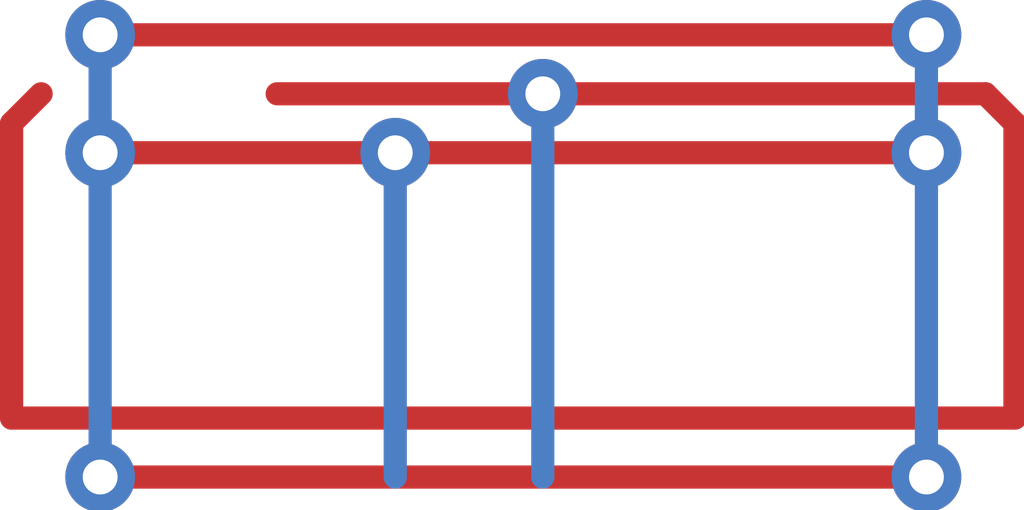
<source format=kicad_pcb>
(kicad_pcb
	(version 20240108)
	(generator "pcbnew")
	(generator_version "8.0")
	(general
		(thickness 1.6)
		(legacy_teardrops no)
	)
	(paper "A4")
	(layers
		(0 "F.Cu" signal)
		(31 "B.Cu" signal)
		(32 "B.Adhes" user "B.Adhesive")
		(33 "F.Adhes" user "F.Adhesive")
		(34 "B.Paste" user)
		(35 "F.Paste" user)
		(36 "B.SilkS" user "B.Silkscreen")
		(37 "F.SilkS" user "F.Silkscreen")
		(38 "B.Mask" user)
		(39 "F.Mask" user)
		(40 "Dwgs.User" user "User.Drawings")
		(41 "Cmts.User" user "User.Comments")
		(42 "Eco1.User" user "User.Eco1")
		(43 "Eco2.User" user "User.Eco2")
		(44 "Edge.Cuts" user)
		(45 "Margin" user)
		(46 "B.CrtYd" user "B.Courtyard")
		(47 "F.CrtYd" user "F.Courtyard")
		(48 "B.Fab" user)
		(49 "F.Fab" user)
		(50 "User.1" user)
		(51 "User.2" user)
		(52 "User.3" user)
		(53 "User.4" user)
		(54 "User.5" user)
		(55 "User.6" user)
		(56 "User.7" user)
		(57 "User.8" user)
		(58 "User.9" user)
	)
	(setup
		(stackup
			(layer "F.SilkS"
				(type "Top Silk Screen")
			)
			(layer "F.Paste"
				(type "Top Solder Paste")
			)
			(layer "F.Mask"
				(type "Top Solder Mask")
				(thickness 0.01)
			)
			(layer "F.Cu"
				(type "copper")
				(thickness 0.035)
			)
			(layer "dielectric 1"
				(type "core")
				(thickness 1.51)
				(material "FR4")
				(epsilon_r 4.5)
				(loss_tangent 0.02)
			)
			(layer "B.Cu"
				(type "copper")
				(thickness 0.035)
			)
			(layer "B.Mask"
				(type "Bottom Solder Mask")
				(thickness 0.01)
			)
			(layer "B.Paste"
				(type "Bottom Solder Paste")
			)
			(layer "B.SilkS"
				(type "Bottom Silk Screen")
			)
			(copper_finish "None")
			(dielectric_constraints no)
		)
		(pad_to_mask_clearance 0)
		(allow_soldermask_bridges_in_footprints no)
		(pcbplotparams
			(layerselection 0x00010fc_ffffffff)
			(plot_on_all_layers_selection 0x0000000_00000000)
			(disableapertmacros no)
			(usegerberextensions no)
			(usegerberattributes yes)
			(usegerberadvancedattributes yes)
			(creategerberjobfile yes)
			(dashed_line_dash_ratio 12.000000)
			(dashed_line_gap_ratio 3.000000)
			(svgprecision 4)
			(plotframeref no)
			(viasonmask no)
			(mode 1)
			(useauxorigin no)
			(hpglpennumber 1)
			(hpglpenspeed 20)
			(hpglpendiameter 15.000000)
			(pdf_front_fp_property_popups yes)
			(pdf_back_fp_property_popups yes)
			(dxfpolygonmode yes)
			(dxfimperialunits yes)
			(dxfusepcbnewfont yes)
			(psnegative no)
			(psa4output no)
			(plotreference yes)
			(plotvalue yes)
			(plotfptext yes)
			(plotinvisibletext no)
			(sketchpadsonfab no)
			(subtractmaskfromsilk no)
			(outputformat 1)
			(mirror no)
			(drillshape 1)
			(scaleselection 1)
			(outputdirectory "")
		)
	)
	(net 0 "")
	(segment
		(start 130.81 97.028)
		(end 133.35 97.028)
		(width 0.2)
		(layer "F.Cu")
		(net 0)
		(uuid "4cb1da77-8a68-4005-9c64-ef7385123b00")
	)
	(segment
		(start 133.35 97.028)
		(end 137.922 97.028)
		(width 0.2)
		(layer "F.Cu")
		(net 0)
		(uuid "54a67792-5ab4-4269-a027-f001ece660b5")
	)
	(segment
		(start 130.048 99.314)
		(end 130.048 96.774)
		(width 0.2)
		(layer "F.Cu")
		(net 0)
		(uuid "5f1b6369-a694-4912-b548-923d1231d49d")
	)
	(segment
		(start 130.81 96.012)
		(end 137.922 96.012)
		(width 0.2)
		(layer "F.Cu")
		(net 0)
		(uuid "a03bde31-e282-41d1-acd7-e53fc9f9fbe1")
	)
	(segment
		(start 134.62 96.52)
		(end 138.43 96.52)
		(width 0.2)
		(layer "F.Cu")
		(net 0)
		(uuid "ae11d084-d6ef-421e-ace1-d5dd008ea122")
	)
	(segment
		(start 134.62 96.52)
		(end 132.334 96.52)
		(width 0.2)
		(layer "F.Cu")
		(net 0)
		(uuid "cf8cf477-fb77-4845-ad71-db5141b52aa6")
	)
	(segment
		(start 138.684 99.314)
		(end 130.048 99.314)
		(width 0.2)
		(layer "F.Cu")
		(net 0)
		(uuid "e397b1eb-bf24-491a-b51d-f1b137f1e3db")
	)
	(segment
		(start 138.43 96.52)
		(end 138.684 96.774)
		(width 0.2)
		(layer "F.Cu")
		(net 0)
		(uuid "e674dc09-37d9-47c9-90c2-85d45cf7348a")
	)
	(segment
		(start 137.922 99.822)
		(end 130.81 99.822)
		(width 0.2)
		(layer "F.Cu")
		(net 0)
		(uuid "e967cc1d-4aa3-4392-94e5-0cd77a07d153")
	)
	(segment
		(start 138.684 96.774)
		(end 138.684 99.314)
		(width 0.2)
		(layer "F.Cu")
		(net 0)
		(uuid "f4361668-8456-4dae-b035-5c3229a4814d")
	)
	(segment
		(start 130.048 96.774)
		(end 130.302 96.52)
		(width 0.2)
		(layer "F.Cu")
		(net 0)
		(uuid "fdc81261-3a91-4b62-a073-e907416b210e")
	)
	(via
		(at 137.922 96.012)
		(size 0.6)
		(drill 0.3)
		(layers "F.Cu" "B.Cu")
		(net 0)
		(uuid "0865e0a2-db91-4617-8eba-4f7faf3ac689")
	)
	(via
		(at 137.922 99.822)
		(size 0.6)
		(drill 0.3)
		(layers "F.Cu" "B.Cu")
		(net 0)
		(uuid "2c9b356d-fd42-40c3-9610-dd0baa7ab093")
	)
	(via
		(at 133.35 97.028)
		(size 0.6)
		(drill 0.3)
		(layers "F.Cu" "B.Cu")
		(net 0)
		(uuid "49139fe5-d181-44d8-b864-a0a4dfab7667")
	)
	(via
		(at 134.62 96.52)
		(size 0.6)
		(drill 0.3)
		(layers "F.Cu" "B.Cu")
		(net 0)
		(uuid "86588bcf-ab04-4698-807f-5309d4121b32")
	)
	(via
		(at 130.81 96.012)
		(size 0.6)
		(drill 0.3)
		(layers "F.Cu" "B.Cu")
		(net 0)
		(uuid "b9431354-78b5-4071-9313-e2854dcd3365")
	)
	(via
		(at 137.922 97.028)
		(size 0.6)
		(drill 0.3)
		(layers "F.Cu" "B.Cu")
		(net 0)
		(uuid "ea6a33e8-5d82-4ac3-b8c9-8f553706e338")
	)
	(via
		(at 130.81 97.028)
		(size 0.6)
		(drill 0.3)
		(layers "F.Cu" "B.Cu")
		(net 0)
		(uuid "f0fc843f-e539-42ef-88fa-fff7b4a7957a")
	)
	(via
		(at 130.81 99.822)
		(size 0.6)
		(drill 0.3)
		(layers "F.Cu" "B.Cu")
		(net 0)
		(uuid "f6f140e9-2b0a-4a4d-aceb-e95964c241fb")
	)
	(segment
		(start 134.62 99.822)
		(end 134.62 96.52)
		(width 0.2)
		(layer "B.Cu")
		(net 0)
		(uuid "7ad50d18-a66b-4b98-9bc0-f8773460cccd")
	)
	(segment
		(start 133.35 99.822)
		(end 133.35 97.028)
		(width 0.2)
		(layer "B.Cu")
		(net 0)
		(uuid "84612d61-871a-4a44-8ab5-816317bd0f4a")
	)
	(segment
		(start 137.922 96.012)
		(end 137.922 99.822)
		(width 0.2)
		(layer "B.Cu")
		(net 0)
		(uuid "ca9bfd70-54b8-4cdb-a0ef-2f3555d72bb1")
	)
	(segment
		(start 130.81 99.822)
		(end 130.81 96.012)
		(width 0.2)
		(layer "B.Cu")
		(net 0)
		(uuid "d9a78226-50d3-45c6-bc1f-6dfd8ca5ac7a")
	)
)

</source>
